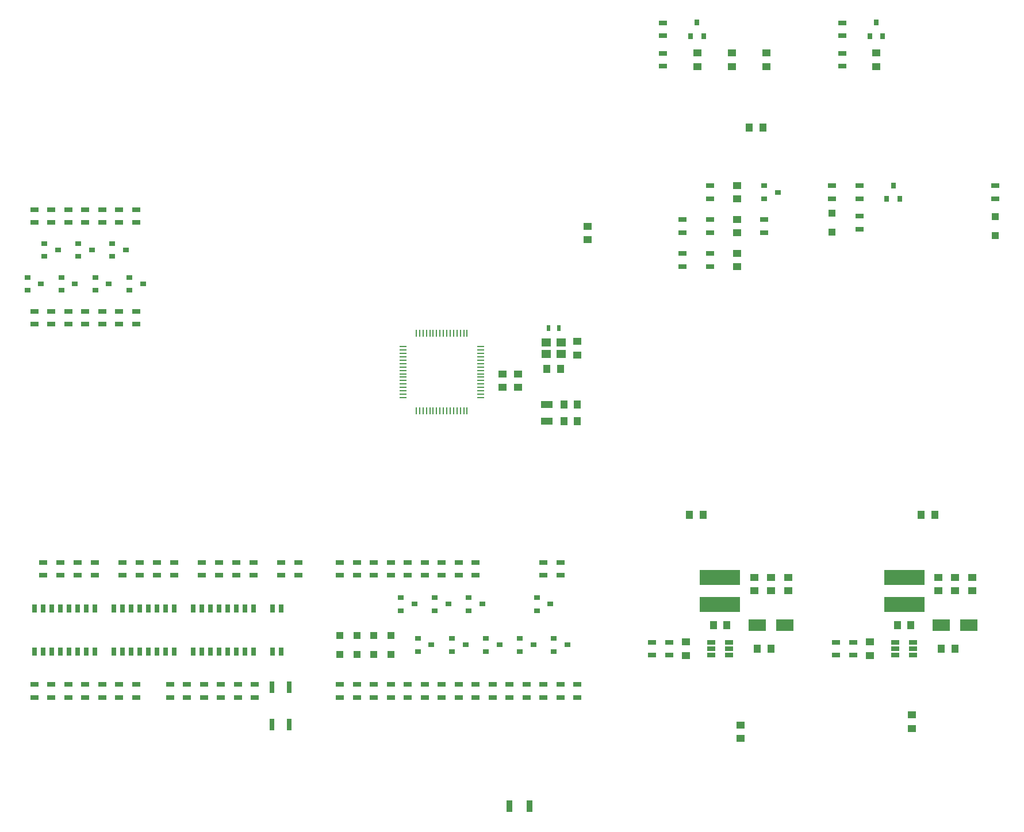
<source format=gtp>
%TF.GenerationSoftware,KiCad,Pcbnew,(5.1.7)-1*%
%TF.CreationDate,2021-11-27T23:06:36+01:00*%
%TF.ProjectId,synthesizer-board,73796e74-6865-4736-997a-65722d626f61,rev?*%
%TF.SameCoordinates,Original*%
%TF.FileFunction,Paste,Top*%
%TF.FilePolarity,Positive*%
%FSLAX46Y46*%
G04 Gerber Fmt 4.6, Leading zero omitted, Abs format (unit mm)*
G04 Created by KiCad (PCBNEW (5.1.7)-1) date 2021-11-27 23:06:36*
%MOMM*%
%LPD*%
G01*
G04 APERTURE LIST*
%ADD10R,1.250000X1.000000*%
%ADD11R,1.000000X1.250000*%
%ADD12R,1.300000X0.700000*%
%ADD13R,0.900000X0.800000*%
%ADD14R,0.900000X1.700000*%
%ADD15R,1.220000X0.650000*%
%ADD16R,5.900000X2.200000*%
%ADD17R,2.500000X1.800000*%
%ADD18R,1.000000X0.250000*%
%ADD19R,0.250000X1.000000*%
%ADD20R,1.100000X1.100000*%
%ADD21R,1.400000X1.200000*%
%ADD22R,0.500000X0.900000*%
%ADD23R,1.800000X1.000000*%
%ADD24R,0.800000X1.300000*%
%ADD25R,0.800000X1.750000*%
%ADD26R,0.800000X0.900000*%
G04 APERTURE END LIST*
D10*
X208250000Y-143500000D03*
X208250000Y-141500000D03*
X183000000Y-145000000D03*
X183000000Y-143000000D03*
D11*
X209600000Y-112000000D03*
X211600000Y-112000000D03*
X177500000Y-112000000D03*
X175500000Y-112000000D03*
D10*
X202100000Y-130750000D03*
X202100000Y-132750000D03*
X175000000Y-130750000D03*
X175000000Y-132750000D03*
D12*
X154000000Y-120950000D03*
X154000000Y-119050000D03*
D13*
X153000000Y-124250000D03*
X153000000Y-126150000D03*
X155000000Y-125200000D03*
D14*
X149000000Y-155000000D03*
X151900000Y-155000000D03*
D12*
X174500000Y-70450000D03*
X174500000Y-68550000D03*
X174500000Y-75450000D03*
X174500000Y-73550000D03*
D15*
X178690000Y-130800000D03*
X178690000Y-131750000D03*
X178690000Y-132700000D03*
X181310000Y-132700000D03*
X181310000Y-131750000D03*
X181310000Y-130800000D03*
D12*
X170000000Y-132700000D03*
X170000000Y-130800000D03*
X172500000Y-130800000D03*
X172500000Y-132700000D03*
D16*
X180000000Y-125250000D03*
X180000000Y-121250000D03*
D17*
X185500000Y-128250000D03*
X189500000Y-128250000D03*
D10*
X190000000Y-121250000D03*
X190000000Y-123250000D03*
X187500000Y-121250000D03*
X187500000Y-123250000D03*
X185000000Y-121250000D03*
X185000000Y-123250000D03*
D11*
X179000000Y-128250000D03*
X181000000Y-128250000D03*
X185500000Y-131750000D03*
X187500000Y-131750000D03*
D10*
X214600000Y-121250000D03*
X214600000Y-123250000D03*
X217100000Y-121250000D03*
X217100000Y-123250000D03*
D17*
X212600000Y-128250000D03*
X216600000Y-128250000D03*
D16*
X207100000Y-125250000D03*
X207100000Y-121250000D03*
D15*
X205790000Y-130800000D03*
X205790000Y-131750000D03*
X205790000Y-132700000D03*
X208410000Y-132700000D03*
X208410000Y-131750000D03*
X208410000Y-130800000D03*
D12*
X197100000Y-132700000D03*
X197100000Y-130800000D03*
X199600000Y-130800000D03*
X199600000Y-132700000D03*
D10*
X212100000Y-121250000D03*
X212100000Y-123250000D03*
D11*
X206100000Y-128250000D03*
X208100000Y-128250000D03*
X212600000Y-131750000D03*
X214600000Y-131750000D03*
D12*
X178500000Y-65450000D03*
X178500000Y-63550000D03*
X178500000Y-70450000D03*
X178500000Y-68550000D03*
X178500000Y-75450000D03*
X178500000Y-73550000D03*
D10*
X182500000Y-65500000D03*
X182500000Y-63500000D03*
X182500000Y-70500000D03*
X182500000Y-68500000D03*
X182500000Y-75500000D03*
X182500000Y-73500000D03*
X150250000Y-93250000D03*
X150250000Y-91250000D03*
X148000000Y-93250000D03*
X148000000Y-91250000D03*
D18*
X144700000Y-94750000D03*
X144700000Y-94250000D03*
X144700000Y-93750000D03*
X144700000Y-93250000D03*
X144700000Y-92750000D03*
X144700000Y-92250000D03*
X144700000Y-91750000D03*
X144700000Y-91250000D03*
X144700000Y-90750000D03*
X144700000Y-90250000D03*
X144700000Y-89750000D03*
X144700000Y-89250000D03*
X144700000Y-88750000D03*
X144700000Y-88250000D03*
X144700000Y-87750000D03*
X144700000Y-87250000D03*
D19*
X142750000Y-85300000D03*
X142250000Y-85300000D03*
X141750000Y-85300000D03*
X141250000Y-85300000D03*
X140750000Y-85300000D03*
X140250000Y-85300000D03*
X139750000Y-85300000D03*
X139250000Y-85300000D03*
X138750000Y-85300000D03*
X138250000Y-85300000D03*
X137750000Y-85300000D03*
X137250000Y-85300000D03*
X136750000Y-85300000D03*
X136250000Y-85300000D03*
X135750000Y-85300000D03*
X135250000Y-85300000D03*
D18*
X133300000Y-87250000D03*
X133300000Y-87750000D03*
X133300000Y-88250000D03*
X133300000Y-88750000D03*
X133300000Y-89250000D03*
X133300000Y-89750000D03*
X133300000Y-90250000D03*
X133300000Y-90750000D03*
X133300000Y-91250000D03*
X133300000Y-91750000D03*
X133300000Y-92250000D03*
X133300000Y-92750000D03*
X133300000Y-93250000D03*
X133300000Y-93750000D03*
X133300000Y-94250000D03*
X133300000Y-94750000D03*
D19*
X135250000Y-96700000D03*
X135750000Y-96700000D03*
X136250000Y-96700000D03*
X136750000Y-96700000D03*
X137250000Y-96700000D03*
X137750000Y-96700000D03*
X138250000Y-96700000D03*
X138750000Y-96700000D03*
X139250000Y-96700000D03*
X139750000Y-96700000D03*
X140250000Y-96700000D03*
X140750000Y-96700000D03*
X141250000Y-96700000D03*
X141750000Y-96700000D03*
X142250000Y-96700000D03*
X142750000Y-96700000D03*
D12*
X79000000Y-138950000D03*
X79000000Y-137050000D03*
X81500000Y-138950000D03*
X81500000Y-137050000D03*
X84000000Y-138950000D03*
X84000000Y-137050000D03*
X86500000Y-138950000D03*
X86500000Y-137050000D03*
X89000000Y-138950000D03*
X89000000Y-137050000D03*
X91500000Y-138950000D03*
X91500000Y-137050000D03*
X94000000Y-138950000D03*
X94000000Y-137050000D03*
X99000000Y-138950000D03*
X99000000Y-137050000D03*
X101500000Y-138950000D03*
X101500000Y-137050000D03*
X104000000Y-138950000D03*
X104000000Y-137050000D03*
X106500000Y-138950000D03*
X106500000Y-137050000D03*
X109000000Y-138950000D03*
X109000000Y-137050000D03*
X111500000Y-138950000D03*
X111500000Y-137050000D03*
X124000000Y-138950000D03*
X124000000Y-137050000D03*
X126500000Y-138950000D03*
X126500000Y-137050000D03*
X129000000Y-138950000D03*
X129000000Y-137050000D03*
X131500000Y-138950000D03*
X131500000Y-137050000D03*
X80280000Y-119050000D03*
X80280000Y-120950000D03*
X82810000Y-119050000D03*
X82810000Y-120950000D03*
X85360000Y-119050000D03*
X85360000Y-120950000D03*
X87900000Y-119050000D03*
X87900000Y-120950000D03*
X91980000Y-119050000D03*
X91980000Y-120950000D03*
X94510000Y-119050000D03*
X94510000Y-120950000D03*
X97060000Y-119050000D03*
X97060000Y-120950000D03*
X99600000Y-119050000D03*
X99600000Y-120950000D03*
X103680000Y-119050000D03*
X103680000Y-120950000D03*
X106210000Y-119050000D03*
X106210000Y-120950000D03*
X108760000Y-119050000D03*
X108760000Y-120950000D03*
X111300000Y-119050000D03*
X111300000Y-120950000D03*
X115400000Y-119050000D03*
X115400000Y-120950000D03*
X186500000Y-70450000D03*
X186500000Y-68550000D03*
X171610000Y-41450000D03*
X171610000Y-39550000D03*
X171610000Y-45950000D03*
X171610000Y-44050000D03*
X198000000Y-41450000D03*
X198000000Y-39550000D03*
X198000000Y-45950000D03*
X198000000Y-44050000D03*
X200500000Y-69950000D03*
X200500000Y-68050000D03*
X200500000Y-65450000D03*
X200500000Y-63550000D03*
X134000000Y-120950000D03*
X134000000Y-119050000D03*
X136500000Y-120950000D03*
X136500000Y-119050000D03*
X141500000Y-120950000D03*
X141500000Y-119050000D03*
X139000000Y-120950000D03*
X139000000Y-119050000D03*
X144000000Y-120950000D03*
X144000000Y-119050000D03*
X136500000Y-138950000D03*
X136500000Y-137050000D03*
X134000000Y-138950000D03*
X134000000Y-137050000D03*
X141500000Y-138950000D03*
X141500000Y-137050000D03*
X139000000Y-138950000D03*
X139000000Y-137050000D03*
X144000000Y-138950000D03*
X144000000Y-137050000D03*
X124000000Y-120950000D03*
X124000000Y-119050000D03*
X126500000Y-120950000D03*
X126500000Y-119050000D03*
X129000000Y-120950000D03*
X129000000Y-119050000D03*
X131500000Y-120950000D03*
X131500000Y-119050000D03*
X151500000Y-137050000D03*
X151500000Y-138950000D03*
X154000000Y-138950000D03*
X154000000Y-137050000D03*
X146500000Y-137050000D03*
X146500000Y-138950000D03*
X149000000Y-138950000D03*
X149000000Y-137050000D03*
X159000000Y-138950000D03*
X159000000Y-137050000D03*
X156500000Y-138950000D03*
X156500000Y-137050000D03*
X156500000Y-120950000D03*
X156500000Y-119050000D03*
X196500000Y-65450000D03*
X196500000Y-63550000D03*
X117900000Y-120950000D03*
X117900000Y-119050000D03*
X79000000Y-68950000D03*
X79000000Y-67050000D03*
X81500000Y-68950000D03*
X81500000Y-67050000D03*
X84000000Y-68950000D03*
X84000000Y-67050000D03*
X79000000Y-83950000D03*
X79000000Y-82050000D03*
X81500000Y-83950000D03*
X81500000Y-82050000D03*
X84000000Y-83950000D03*
X84000000Y-82050000D03*
X86500000Y-68950000D03*
X86500000Y-67050000D03*
X89000000Y-68950000D03*
X89000000Y-67050000D03*
X91500000Y-68950000D03*
X91500000Y-67050000D03*
X94000000Y-68950000D03*
X94000000Y-67050000D03*
X86500000Y-83950000D03*
X86500000Y-82050000D03*
X89000000Y-83950000D03*
X89000000Y-82050000D03*
X91500000Y-83950000D03*
X91500000Y-82050000D03*
X94000000Y-83950000D03*
X94000000Y-82050000D03*
X220500000Y-63550000D03*
X220500000Y-65450000D03*
D20*
X220500000Y-70900000D03*
X220500000Y-68100000D03*
D13*
X93000000Y-77050000D03*
X93000000Y-78950000D03*
X95000000Y-78000000D03*
X90500000Y-72050000D03*
X90500000Y-73950000D03*
X92500000Y-73000000D03*
X88000000Y-77050000D03*
X88000000Y-78950000D03*
X90000000Y-78000000D03*
X85500000Y-72050000D03*
X85500000Y-73950000D03*
X87500000Y-73000000D03*
X83000000Y-77050000D03*
X83000000Y-78950000D03*
X85000000Y-78000000D03*
X80500000Y-72050000D03*
X80500000Y-73950000D03*
X82500000Y-73000000D03*
X78000000Y-77050000D03*
X78000000Y-78950000D03*
X80000000Y-78000000D03*
D20*
X124000000Y-129800000D03*
X124000000Y-132600000D03*
D21*
X154400000Y-88350000D03*
X156600000Y-88350000D03*
X156600000Y-86650000D03*
X154400000Y-86650000D03*
D22*
X156250000Y-84500000D03*
X154750000Y-84500000D03*
D10*
X159000000Y-86500000D03*
X159000000Y-88500000D03*
D11*
X156500000Y-90500000D03*
X154500000Y-90500000D03*
D23*
X154500000Y-98250000D03*
X154500000Y-95750000D03*
D11*
X159000000Y-95750000D03*
X157000000Y-95750000D03*
X159000000Y-98250000D03*
X157000000Y-98250000D03*
D10*
X160500000Y-69500000D03*
X160500000Y-71500000D03*
D20*
X131500000Y-129800000D03*
X131500000Y-132600000D03*
X129000000Y-129800000D03*
X129000000Y-132600000D03*
X126500000Y-129800000D03*
X126500000Y-132600000D03*
D24*
X111300000Y-125850000D03*
X110020000Y-125850000D03*
X108760000Y-125850000D03*
X107490000Y-125850000D03*
X106210000Y-125850000D03*
X104940000Y-125850000D03*
X103680000Y-125850000D03*
X102400000Y-125850000D03*
X102400000Y-132150000D03*
X103680000Y-132150000D03*
X104940000Y-132150000D03*
X106210000Y-132150000D03*
X107490000Y-132150000D03*
X108760000Y-132150000D03*
X110020000Y-132150000D03*
X111300000Y-132150000D03*
D25*
X116520000Y-137430000D03*
X113980000Y-137430000D03*
X113980000Y-142930000D03*
X116520000Y-142930000D03*
D20*
X196500000Y-67600000D03*
X196500000Y-70400000D03*
D13*
X155500000Y-130250000D03*
X155500000Y-132150000D03*
X157500000Y-131200000D03*
X145500000Y-130250000D03*
X145500000Y-132150000D03*
X147500000Y-131200000D03*
X150500000Y-130250000D03*
X150500000Y-132150000D03*
X152500000Y-131200000D03*
X143000000Y-124250000D03*
X143000000Y-126150000D03*
X145000000Y-125200000D03*
X138000000Y-124250000D03*
X138000000Y-126150000D03*
X140000000Y-125200000D03*
X140500000Y-130250000D03*
X140500000Y-132150000D03*
X142500000Y-131200000D03*
X135500000Y-130250000D03*
X135500000Y-132150000D03*
X137500000Y-131200000D03*
X133000000Y-124250000D03*
X133000000Y-126150000D03*
X135000000Y-125200000D03*
D26*
X204550000Y-65500000D03*
X206450000Y-65500000D03*
X205500000Y-63500000D03*
X202050000Y-41500000D03*
X203950000Y-41500000D03*
X203000000Y-39500000D03*
X175660000Y-41500000D03*
X177560000Y-41500000D03*
X176610000Y-39500000D03*
D13*
X186500000Y-63550000D03*
X186500000Y-65450000D03*
X188500000Y-64500000D03*
D10*
X176690000Y-46000000D03*
X176690000Y-44000000D03*
X181770000Y-46000000D03*
X181770000Y-44000000D03*
X186850000Y-46000000D03*
X186850000Y-44000000D03*
D11*
X186310000Y-55000000D03*
X184310000Y-55000000D03*
D10*
X203000000Y-46000000D03*
X203000000Y-44000000D03*
D24*
X115400000Y-125850000D03*
X114120000Y-125850000D03*
X114120000Y-132150000D03*
X115400000Y-132150000D03*
X99600000Y-125850000D03*
X98320000Y-125850000D03*
X97060000Y-125850000D03*
X95790000Y-125850000D03*
X94510000Y-125850000D03*
X93240000Y-125850000D03*
X91980000Y-125850000D03*
X90700000Y-125850000D03*
X90700000Y-132150000D03*
X91980000Y-132150000D03*
X93240000Y-132150000D03*
X94510000Y-132150000D03*
X95790000Y-132150000D03*
X97060000Y-132150000D03*
X98320000Y-132150000D03*
X99600000Y-132150000D03*
X87900000Y-125850000D03*
X86620000Y-125850000D03*
X85360000Y-125850000D03*
X84090000Y-125850000D03*
X82810000Y-125850000D03*
X81540000Y-125850000D03*
X80280000Y-125850000D03*
X79000000Y-125850000D03*
X79000000Y-132150000D03*
X80280000Y-132150000D03*
X81540000Y-132150000D03*
X82810000Y-132150000D03*
X84090000Y-132150000D03*
X85360000Y-132150000D03*
X86620000Y-132150000D03*
X87900000Y-132150000D03*
M02*

</source>
